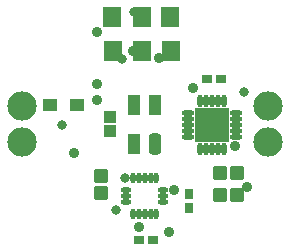
<source format=gbs>
G04 Layer_Color=8150272*
%FSLAX24Y24*%
%MOIN*%
G70*
G01*
G75*
%ADD30R,0.0591X0.0709*%
%ADD33C,0.0980*%
%ADD34C,0.0320*%
%ADD35C,0.0356*%
%ADD36C,0.0277*%
%ADD37R,0.0591X0.0709*%
G04:AMPARAMS|DCode=38|XSize=47.4mil|YSize=47.4mil|CornerRadius=8.9mil|HoleSize=0mil|Usage=FLASHONLY|Rotation=270.000|XOffset=0mil|YOffset=0mil|HoleType=Round|Shape=RoundedRectangle|*
%AMROUNDEDRECTD38*
21,1,0.0474,0.0295,0,0,270.0*
21,1,0.0295,0.0474,0,0,270.0*
1,1,0.0178,-0.0148,-0.0148*
1,1,0.0178,-0.0148,0.0148*
1,1,0.0178,0.0148,0.0148*
1,1,0.0178,0.0148,-0.0148*
%
%ADD38ROUNDEDRECTD38*%
G04:AMPARAMS|DCode=39|XSize=47.4mil|YSize=47.4mil|CornerRadius=8.9mil|HoleSize=0mil|Usage=FLASHONLY|Rotation=180.000|XOffset=0mil|YOffset=0mil|HoleType=Round|Shape=RoundedRectangle|*
%AMROUNDEDRECTD39*
21,1,0.0474,0.0295,0,0,180.0*
21,1,0.0295,0.0474,0,0,180.0*
1,1,0.0178,-0.0148,0.0148*
1,1,0.0178,0.0148,0.0148*
1,1,0.0178,0.0148,-0.0148*
1,1,0.0178,-0.0148,-0.0148*
%
%ADD39ROUNDEDRECTD39*%
%ADD40R,0.0319X0.0279*%
%ADD41R,0.0415X0.0710*%
G04:AMPARAMS|DCode=42|XSize=71mil|YSize=41.5mil|CornerRadius=12.4mil|HoleSize=0mil|Usage=FLASHONLY|Rotation=90.000|XOffset=0mil|YOffset=0mil|HoleType=Round|Shape=RoundedRectangle|*
%AMROUNDEDRECTD42*
21,1,0.0710,0.0167,0,0,90.0*
21,1,0.0463,0.0415,0,0,90.0*
1,1,0.0247,0.0084,0.0231*
1,1,0.0247,0.0084,-0.0231*
1,1,0.0247,-0.0084,-0.0231*
1,1,0.0247,-0.0084,0.0231*
%
%ADD42ROUNDEDRECTD42*%
%ADD43O,0.0356X0.0178*%
%ADD44O,0.0178X0.0356*%
%ADD45R,0.0279X0.0319*%
%ADD46R,0.0434X0.0395*%
%ADD47R,0.1143X0.1143*%
%ADD48O,0.0178X0.0434*%
%ADD49O,0.0434X0.0178*%
%ADD50R,0.0474X0.0434*%
D30*
X24469Y27205D02*
D03*
X23524D02*
D03*
X22579Y26063D02*
D03*
X23524D02*
D03*
X24508D02*
D03*
D33*
X19522Y24222D02*
D03*
Y23022D02*
D03*
X27722D02*
D03*
Y24222D02*
D03*
D34*
X23268Y27362D02*
D03*
X20866Y23583D02*
D03*
X22874Y25787D02*
D03*
X26929Y24685D02*
D03*
X22677Y20748D02*
D03*
X22953Y21811D02*
D03*
D35*
X27047Y21535D02*
D03*
X26650Y22900D02*
D03*
X24111Y25810D02*
D03*
X22020Y24966D02*
D03*
Y26700D02*
D03*
X21270Y22670D02*
D03*
X23228Y26070D02*
D03*
X24598Y21417D02*
D03*
X25230Y24840D02*
D03*
X22020Y24410D02*
D03*
X23425Y20180D02*
D03*
X24450Y20028D02*
D03*
D36*
X25650Y23366D02*
D03*
X26083D02*
D03*
X25650Y23799D02*
D03*
X26083D02*
D03*
D37*
X22539Y27205D02*
D03*
D38*
X22165Y21319D02*
D03*
Y21909D02*
D03*
D39*
X26122Y22008D02*
D03*
X26713D02*
D03*
X26122Y21260D02*
D03*
X26713D02*
D03*
D40*
X25705Y25118D02*
D03*
X26185D02*
D03*
X23421Y19764D02*
D03*
X23901D02*
D03*
D41*
X23967Y24272D02*
D03*
X23278D02*
D03*
Y22972D02*
D03*
D42*
X23967D02*
D03*
D43*
X24232Y21024D02*
D03*
Y21220D02*
D03*
Y21417D02*
D03*
X23012D02*
D03*
Y21220D02*
D03*
Y21024D02*
D03*
D44*
X24016Y21831D02*
D03*
X23819D02*
D03*
X23622D02*
D03*
X23425D02*
D03*
X23228D02*
D03*
Y20610D02*
D03*
X23425D02*
D03*
X23622D02*
D03*
X23819D02*
D03*
X24016D02*
D03*
D45*
X25118Y21303D02*
D03*
Y20823D02*
D03*
D46*
X22480Y23376D02*
D03*
Y23868D02*
D03*
D47*
X25866Y23583D02*
D03*
D48*
X26260Y24390D02*
D03*
X26063D02*
D03*
X25866D02*
D03*
X25669D02*
D03*
X25472D02*
D03*
Y22776D02*
D03*
X25669D02*
D03*
X25866D02*
D03*
X26063D02*
D03*
X26260D02*
D03*
D49*
X25059Y23976D02*
D03*
Y23780D02*
D03*
Y23583D02*
D03*
Y23386D02*
D03*
Y23189D02*
D03*
X26673D02*
D03*
Y23386D02*
D03*
Y23583D02*
D03*
Y23780D02*
D03*
Y23976D02*
D03*
D50*
X20453Y24252D02*
D03*
X21358D02*
D03*
M02*

</source>
